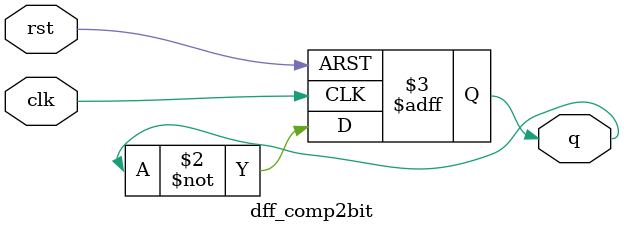
<source format=v>
module	dff_comp2bit(q,clk,rst);
	output	q;
	input	clk,rst;
	reg	q;
		always @(posedge clk or posedge rst) 
			if(rst)
				q = 1'b0;
			else 
				q = ~q; //此处因为没有接入输入信号所以不需要额外声明一个d
				//此处统计的是时钟信号的数目。
endmodule
		
</source>
